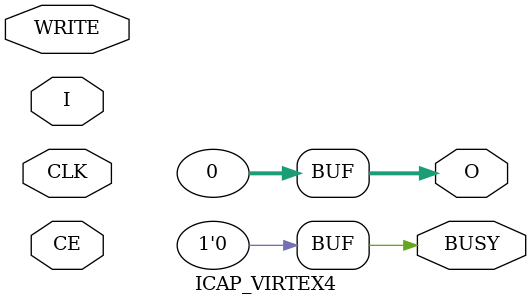
<source format=v>
module ICAP_VIRTEX4(	// file.cleaned.mlir:2:3
  input         CE,	// file.cleaned.mlir:2:30
                CLK,	// file.cleaned.mlir:2:43
  input  [31:0] I,	// file.cleaned.mlir:2:57
  input         WRITE,	// file.cleaned.mlir:2:70
  output        BUSY,	// file.cleaned.mlir:2:87
  output [31:0] O	// file.cleaned.mlir:2:102
);

  assign BUSY = 1'h0;	// file.cleaned.mlir:3:14, :5:5
  assign O = 32'h0;	// file.cleaned.mlir:4:15, :5:5
endmodule


</source>
